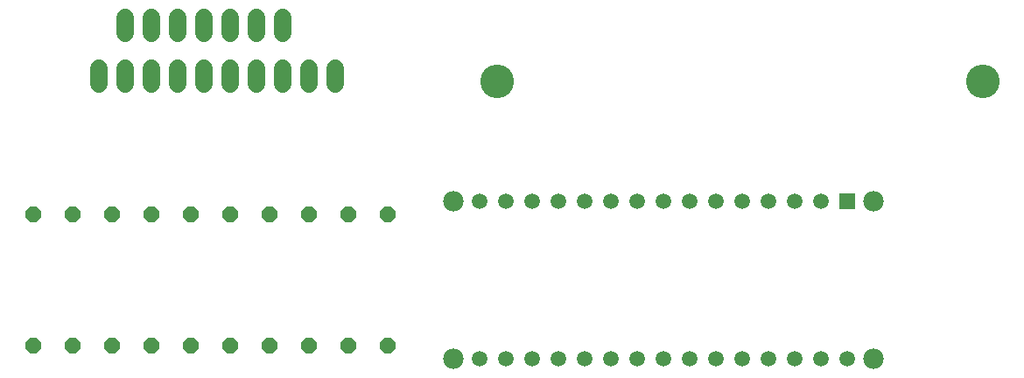
<source format=gbr>
G04 EAGLE Gerber RS-274X export*
G75*
%MOMM*%
%FSLAX34Y34*%
%LPD*%
%INSoldermask Bottom*%
%IPPOS*%
%AMOC8*
5,1,8,0,0,1.08239X$1,22.5*%
G01*
%ADD10C,3.251200*%
%ADD11C,1.981200*%
%ADD12R,1.511200X1.511200*%
%ADD13C,1.511200*%
%ADD14P,1.649562X8X112.500000*%
%ADD15P,1.649562X8X292.500000*%
%ADD16C,1.727200*%


D10*
X970000Y345000D03*
X500000Y345000D03*
D11*
X863600Y229400D03*
D12*
X838200Y229400D03*
D13*
X812800Y229400D03*
X787400Y229400D03*
X762000Y229400D03*
X736600Y229400D03*
X711200Y229400D03*
X685800Y229400D03*
X660400Y229400D03*
X635000Y229400D03*
X609600Y229400D03*
X584200Y229400D03*
X558800Y229400D03*
X533400Y229400D03*
X508000Y229400D03*
X482600Y229400D03*
X482600Y77000D03*
X508000Y77000D03*
X533400Y77000D03*
X558800Y77000D03*
X584200Y77000D03*
X609600Y77000D03*
X635000Y77000D03*
X660400Y77000D03*
X685800Y77000D03*
X711200Y77000D03*
X736600Y77000D03*
X762000Y77000D03*
X787400Y77000D03*
X812800Y77000D03*
X838200Y77000D03*
D11*
X863600Y77000D03*
X457200Y77000D03*
X457200Y229400D03*
D14*
X279400Y89700D03*
X279400Y216700D03*
D15*
X50800Y216700D03*
X50800Y89700D03*
D14*
X317500Y89700D03*
X317500Y216700D03*
X355600Y89700D03*
X355600Y216700D03*
X393700Y89700D03*
X393700Y216700D03*
D15*
X241300Y216700D03*
X241300Y89700D03*
X203200Y216700D03*
X203200Y89700D03*
X165100Y216700D03*
X165100Y89700D03*
X127000Y216700D03*
X127000Y89700D03*
X88900Y216700D03*
X88900Y89700D03*
D16*
X114300Y343080D02*
X114300Y358320D01*
X139700Y358320D02*
X139700Y343080D01*
X165100Y343080D02*
X165100Y358320D01*
X190500Y358320D02*
X190500Y343080D01*
X215900Y343080D02*
X215900Y358320D01*
X241300Y358320D02*
X241300Y343080D01*
X266700Y343080D02*
X266700Y358320D01*
X292100Y358320D02*
X292100Y343080D01*
X317500Y343080D02*
X317500Y358320D01*
X342900Y358320D02*
X342900Y343080D01*
X139700Y391980D02*
X139700Y407220D01*
X165100Y407220D02*
X165100Y391980D01*
X190500Y391980D02*
X190500Y407220D01*
X215900Y407220D02*
X215900Y391980D01*
X241300Y391980D02*
X241300Y407220D01*
X266700Y407220D02*
X266700Y391980D01*
X292100Y391980D02*
X292100Y407220D01*
M02*

</source>
